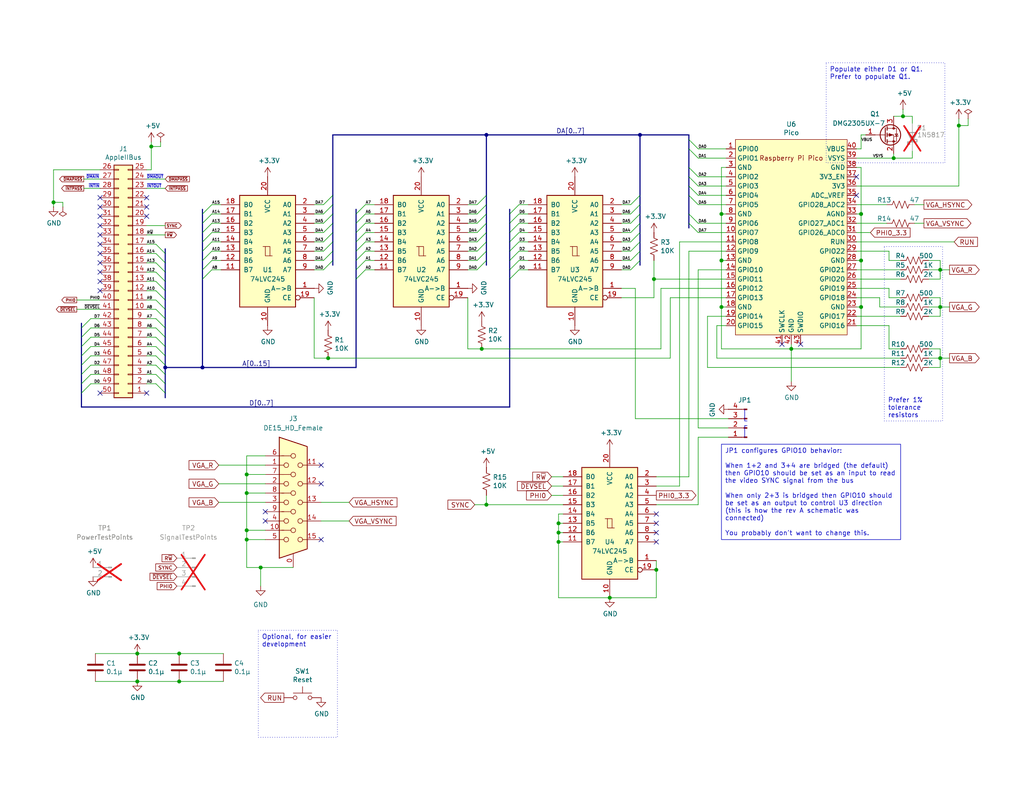
<source format=kicad_sch>
(kicad_sch (version 20231120) (generator "eeschema") (generator_version "8.0")
  (paper "USLetter")
  (title_block (title "Apple II VGA Card") (date "2023-09-09") (rev "B") (comment 1 "Licensed under CERN-OHL-P V2.0 (https://ohwr.org/cern_ohl_p_v2.txt)") (comment 2 "Copyright (c) 2021-2023 Mark Aikens"))
  (junction (at 179.07 155.575))
  (junction (at 48.895 178.435))
  (junction (at 132.715 36.83))
  (junction (at 48.895 186.055))
  (junction (at 71.12 154.94))
  (junction (at 55.245 100.33))
  (junction (at 14.605 55.245))
  (junction (at 67.31 134.62))
  (junction (at 166.37 163.195))
  (junction (at 41.275 40.005))
  (junction (at 243.84 43.18))
  (junction (at 196.85 58.42))
  (junction (at 45.085 100.33))
  (junction (at 152.4 142.875))
  (junction (at 256.54 83.82))
  (junction (at 196.85 83.82))
  (junction (at 132.715 137.795))
  (junction (at 152.4 147.955))
  (junction (at 196.85 71.12))
  (junction (at 67.31 129.54))
  (junction (at 261.62 34.29))
  (junction (at 246.38 31.75))
  (junction (at 234.95 71.12))
  (junction (at 178.435 76.2))
  (junction (at 234.95 58.42))
  (junction (at 67.31 144.78))
  (junction (at 89.535 97.79))
  (junction (at 215.9 95.25))
  (junction (at 174.625 36.83))
  (junction (at 67.31 147.32))
  (junction (at 37.465 178.435))
  (junction (at 131.445 95.25))
  (junction (at 256.54 73.66))
  (junction (at 234.95 83.82))
  (junction (at 37.465 186.055))
  (junction (at 152.4 145.415))
  (junction (at 256.54 97.79))
  (no_connect (at 27.305 59.055))
  (no_connect (at 87.63 132.08))
  (no_connect (at 27.305 69.215))
  (no_connect (at 233.68 48.26))
  (no_connect (at 218.44 93.98))
  (no_connect (at 87.63 147.32))
  (no_connect (at 233.68 53.34))
  (no_connect (at 72.39 139.7))
  (no_connect (at 27.305 71.755))
  (no_connect (at 27.305 61.595))
  (no_connect (at 40.005 107.315))
  (no_connect (at 87.63 127))
  (no_connect (at 27.305 79.375))
  (no_connect (at 72.39 142.24))
  (no_connect (at 213.36 93.98))
  (no_connect (at 40.005 59.055))
  (no_connect (at 40.005 56.515))
  (no_connect (at 179.07 147.955))
  (no_connect (at 40.005 53.975))
  (no_connect (at 27.305 76.835))
  (no_connect (at 179.07 140.335))
  (no_connect (at 27.305 56.515))
  (no_connect (at 179.07 145.415))
  (no_connect (at 27.305 107.315))
  (no_connect (at 27.305 64.135))
  (no_connect (at 179.07 142.875))
  (no_connect (at 27.305 74.295))
  (no_connect (at 27.305 53.975))
  (no_connect (at 27.305 66.675))
  (bus_entry (at 190.5 63.5) (size -2.54 -2.54))
  (bus_entry (at 139.065 63.5) (size 2.54 -2.54))
  (bus_entry (at 55.245 68.58) (size 2.54 -2.54))
  (bus_entry (at 97.155 66.04) (size 2.54 -2.54))
  (bus_entry (at 97.155 68.58) (size 2.54 -2.54))
  (bus_entry (at 22.225 94.615) (size 2.54 -2.54))
  (bus_entry (at 42.545 102.235) (size 2.54 2.54))
  (bus_entry (at 22.225 102.235) (size 2.54 -2.54))
  (bus_entry (at 190.5 48.26) (size -2.54 -2.54))
  (bus_entry (at 139.065 71.12) (size 2.54 -2.54))
  (bus_entry (at 88.265 55.88) (size 2.54 -2.54))
  (bus_entry (at 130.175 55.88) (size 2.54 -2.54))
  (bus_entry (at 55.245 63.5) (size 2.54 -2.54))
  (bus_entry (at 130.175 63.5) (size 2.54 -2.54))
  (bus_entry (at 42.545 74.295) (size 2.54 2.54))
  (bus_entry (at 97.155 58.42) (size 2.54 -2.54))
  (bus_entry (at 42.545 104.775) (size 2.54 2.54))
  (bus_entry (at 190.5 40.64) (size -2.54 -2.54))
  (bus_entry (at 42.545 81.915) (size 2.54 2.54))
  (bus_entry (at 190.5 55.88) (size -2.54 -2.54))
  (bus_entry (at 42.545 84.455) (size 2.54 2.54))
  (bus_entry (at 139.065 66.04) (size 2.54 -2.54))
  (bus_entry (at 130.175 68.58) (size 2.54 -2.54))
  (bus_entry (at 22.225 107.315) (size 2.54 -2.54))
  (bus_entry (at 97.155 73.66) (size 2.54 -2.54))
  (bus_entry (at 190.5 43.18) (size -2.54 -2.54))
  (bus_entry (at 130.175 71.12) (size 2.54 -2.54))
  (bus_entry (at 55.245 71.12) (size 2.54 -2.54))
  (bus_entry (at 88.265 63.5) (size 2.54 -2.54))
  (bus_entry (at 97.155 71.12) (size 2.54 -2.54))
  (bus_entry (at 172.085 58.42) (size 2.54 -2.54))
  (bus_entry (at 172.085 68.58) (size 2.54 -2.54))
  (bus_entry (at 22.225 92.075) (size 2.54 -2.54))
  (bus_entry (at 139.065 76.2) (size 2.54 -2.54))
  (bus_entry (at 42.545 71.755) (size 2.54 2.54))
  (bus_entry (at 97.155 63.5) (size 2.54 -2.54))
  (bus_entry (at 172.085 66.04) (size 2.54 -2.54))
  (bus_entry (at 88.265 60.96) (size 2.54 -2.54))
  (bus_entry (at 190.5 50.8) (size -2.54 -2.54))
  (bus_entry (at 42.545 69.215) (size 2.54 2.54))
  (bus_entry (at 42.545 89.535) (size 2.54 2.54))
  (bus_entry (at 172.085 60.96) (size 2.54 -2.54))
  (bus_entry (at 42.545 97.155) (size 2.54 2.54))
  (bus_entry (at 130.175 73.66) (size 2.54 -2.54))
  (bus_entry (at 42.545 66.675) (size 2.54 2.54))
  (bus_entry (at 42.545 76.835) (size 2.54 2.54))
  (bus_entry (at 42.545 99.695) (size 2.54 2.54))
  (bus_entry (at 130.175 60.96) (size 2.54 -2.54))
  (bus_entry (at 139.065 68.58) (size 2.54 -2.54))
  (bus_entry (at 139.065 58.42) (size 2.54 -2.54))
  (bus_entry (at 22.225 99.695) (size 2.54 -2.54))
  (bus_entry (at 42.545 79.375) (size 2.54 2.54))
  (bus_entry (at 88.265 68.58) (size 2.54 -2.54))
  (bus_entry (at 139.065 60.96) (size 2.54 -2.54))
  (bus_entry (at 88.265 58.42) (size 2.54 -2.54))
  (bus_entry (at 42.545 86.995) (size 2.54 2.54))
  (bus_entry (at 55.245 73.66) (size 2.54 -2.54))
  (bus_entry (at 172.085 71.12) (size 2.54 -2.54))
  (bus_entry (at 97.155 60.96) (size 2.54 -2.54))
  (bus_entry (at 88.265 71.12) (size 2.54 -2.54))
  (bus_entry (at 190.5 60.96) (size -2.54 -2.54))
  (bus_entry (at 190.5 53.34) (size -2.54 -2.54))
  (bus_entry (at 42.545 92.075) (size 2.54 2.54))
  (bus_entry (at 88.265 66.04) (size 2.54 -2.54))
  (bus_entry (at 55.245 66.04) (size 2.54 -2.54))
  (bus_entry (at 22.225 104.775) (size 2.54 -2.54))
  (bus_entry (at 172.085 55.88) (size 2.54 -2.54))
  (bus_entry (at 97.155 76.2) (size 2.54 -2.54))
  (bus_entry (at 88.265 73.66) (size 2.54 -2.54))
  (bus_entry (at 172.085 73.66) (size 2.54 -2.54))
  (bus_entry (at 130.175 58.42) (size 2.54 -2.54))
  (bus_entry (at 139.065 73.66) (size 2.54 -2.54))
  (bus_entry (at 130.175 66.04) (size 2.54 -2.54))
  (bus_entry (at 172.085 63.5) (size 2.54 -2.54))
  (bus_entry (at 55.245 76.2) (size 2.54 -2.54))
  (bus_entry (at 55.245 60.96) (size 2.54 -2.54))
  (bus_entry (at 55.245 58.42) (size 2.54 -2.54))
  (bus_entry (at 22.225 89.535) (size 2.54 -2.54))
  (bus_entry (at 42.545 94.615) (size 2.54 2.54))
  (bus_entry (at 22.225 97.155) (size 2.54 -2.54))
  (bus (pts (xy 45.085 94.615) (xy 45.085 97.155)))
  (wire (pts (xy 42.545 66.675) (xy 40.005 66.675)))
  (wire (pts (xy 234.95 83.82) (xy 234.95 71.12)))
  (wire (pts (xy 42.545 81.915) (xy 40.005 81.915)))
  (wire (pts (xy 59.69 127) (xy 72.39 127)))
  (bus (pts (xy 187.96 36.83) (xy 187.96 38.1)))
  (wire (pts (xy 253.365 81.28) (xy 256.54 81.28)))
  (bus (pts (xy 97.155 63.5) (xy 97.155 66.04)))
  (wire (pts (xy 152.4 140.335) (xy 152.4 142.875)))
  (wire (pts (xy 26.035 178.435) (xy 37.465 178.435)))
  (wire (pts (xy 57.785 68.58) (xy 60.325 68.58)))
  (wire (pts (xy 152.4 140.335) (xy 153.67 140.335)))
  (bus (pts (xy 139.065 66.04) (xy 139.065 68.58)))
  (wire (pts (xy 24.765 104.775) (xy 27.305 104.775)))
  (wire (pts (xy 256.54 81.28) (xy 256.54 83.82)))
  (bus (pts (xy 90.805 36.83) (xy 132.715 36.83)))
  (wire (pts (xy 42.545 92.075) (xy 40.005 92.075)))
  (wire (pts (xy 233.68 73.66) (xy 245.745 73.66)))
  (wire (pts (xy 152.4 142.875) (xy 152.4 145.415)))
  (wire (pts (xy 256.54 83.82) (xy 253.365 83.82)))
  (wire (pts (xy 14.605 46.355) (xy 14.605 55.245)))
  (wire (pts (xy 259.08 73.66) (xy 256.54 73.66)))
  (bus (pts (xy 187.96 58.42) (xy 187.96 60.96)))
  (bus (pts (xy 139.065 76.2) (xy 139.065 111.125)))
  (bus (pts (xy 132.715 63.5) (xy 132.715 66.04)))
  (wire (pts (xy 234.95 71.12) (xy 233.68 71.12)))
  (wire (pts (xy 234.95 40.64) (xy 233.68 40.64)))
  (wire (pts (xy 144.145 71.12) (xy 141.605 71.12)))
  (wire (pts (xy 41.275 40.005) (xy 43.815 40.005)))
  (wire (pts (xy 132.715 137.795) (xy 129.54 137.795)))
  (wire (pts (xy 196.85 95.25) (xy 196.85 83.82)))
  (wire (pts (xy 245.745 81.28) (xy 242.57 81.28)))
  (wire (pts (xy 152.4 163.195) (xy 166.37 163.195)))
  (wire (pts (xy 152.4 147.955) (xy 153.67 147.955)))
  (wire (pts (xy 243.84 41.91) (xy 243.84 43.18)))
  (wire (pts (xy 169.545 81.28) (xy 178.435 81.28)))
  (wire (pts (xy 42.545 84.455) (xy 40.005 84.455)))
  (bus (pts (xy 45.085 97.155) (xy 45.085 99.695)))
  (wire (pts (xy 195.58 88.9) (xy 198.12 88.9)))
  (wire (pts (xy 173.355 114.3) (xy 198.755 114.3)))
  (wire (pts (xy 190.5 63.5) (xy 198.12 63.5)))
  (wire (pts (xy 71.12 154.94) (xy 80.01 154.94)))
  (wire (pts (xy 88.265 73.66) (xy 85.725 73.66)))
  (wire (pts (xy 233.68 76.2) (xy 245.745 76.2)))
  (wire (pts (xy 196.85 83.82) (xy 196.85 71.12)))
  (wire (pts (xy 102.235 71.12) (xy 99.695 71.12)))
  (wire (pts (xy 132.715 135.255) (xy 132.715 137.795)))
  (bus (pts (xy 139.065 71.12) (xy 139.065 73.66)))
  (wire (pts (xy 242.57 71.12) (xy 242.57 68.58)))
  (wire (pts (xy 144.145 58.42) (xy 141.605 58.42)))
  (wire (pts (xy 14.605 46.355) (xy 27.305 46.355)))
  (bus (pts (xy 187.96 50.8) (xy 187.96 53.34)))
  (bus (pts (xy 45.085 100.33) (xy 45.085 102.235)))
  (wire (pts (xy 144.145 55.88) (xy 141.605 55.88)))
  (wire (pts (xy 130.175 68.58) (xy 127.635 68.58)))
  (wire (pts (xy 252.095 55.88) (xy 249.555 55.88)))
  (wire (pts (xy 57.785 71.12) (xy 60.325 71.12)))
  (bus (pts (xy 45.085 104.775) (xy 45.085 107.315)))
  (wire (pts (xy 256.54 86.36) (xy 256.54 83.82)))
  (bus (pts (xy 187.96 40.64) (xy 187.96 45.72)))
  (wire (pts (xy 178.435 71.12) (xy 178.435 76.2)))
  (wire (pts (xy 131.445 95.25) (xy 180.34 95.25)))
  (wire (pts (xy 127.635 95.25) (xy 131.445 95.25)))
  (bus (pts (xy 132.715 66.04) (xy 132.715 68.58)))
  (bus (pts (xy 45.085 74.295) (xy 45.085 76.835)))
  (bus (pts (xy 174.625 36.83) (xy 187.96 36.83)))
  (wire (pts (xy 57.785 63.5) (xy 60.325 63.5)))
  (wire (pts (xy 190.5 119.38) (xy 190.5 137.795)))
  (wire (pts (xy 85.725 71.12) (xy 88.265 71.12)))
  (bus (pts (xy 45.085 76.835) (xy 45.085 79.375)))
  (wire (pts (xy 187.96 68.58) (xy 198.12 68.58)))
  (wire (pts (xy 179.07 153.035) (xy 179.07 155.575)))
  (bus (pts (xy 187.96 53.34) (xy 187.96 58.42)))
  (wire (pts (xy 261.62 34.29) (xy 261.62 32.385)))
  (wire (pts (xy 150.495 135.255) (xy 153.67 135.255)))
  (bus (pts (xy 132.715 36.83) (xy 174.625 36.83)))
  (wire (pts (xy 42.545 94.615) (xy 40.005 94.615)))
  (wire (pts (xy 190.5 60.96) (xy 198.12 60.96)))
  (wire (pts (xy 242.57 95.25) (xy 245.745 95.25)))
  (wire (pts (xy 57.785 73.66) (xy 60.325 73.66)))
  (wire (pts (xy 102.235 58.42) (xy 99.695 58.42)))
  (wire (pts (xy 259.08 97.79) (xy 256.54 97.79)))
  (bus (pts (xy 22.225 111.125) (xy 139.065 111.125)))
  (wire (pts (xy 144.145 68.58) (xy 141.605 68.58)))
  (wire (pts (xy 240.03 81.28) (xy 233.68 81.28)))
  (wire (pts (xy 256.54 97.79) (xy 253.365 97.79)))
  (wire (pts (xy 42.545 89.535) (xy 40.005 89.535)))
  (wire (pts (xy 196.85 58.42) (xy 198.12 58.42)))
  (wire (pts (xy 172.085 66.04) (xy 169.545 66.04)))
  (bus (pts (xy 55.245 68.58) (xy 55.245 71.12)))
  (bus (pts (xy 45.085 79.375) (xy 45.085 81.915)))
  (wire (pts (xy 102.235 60.96) (xy 99.695 60.96)))
  (wire (pts (xy 27.305 81.915) (xy 20.955 81.915)))
  (wire (pts (xy 57.785 60.96) (xy 60.325 60.96)))
  (wire (pts (xy 253.365 76.2) (xy 256.54 76.2)))
  (wire (pts (xy 198.12 50.8) (xy 190.5 50.8)))
  (wire (pts (xy 253.365 100.33) (xy 256.54 100.33)))
  (wire (pts (xy 190.5 53.34) (xy 198.12 53.34)))
  (bus (pts (xy 174.625 63.5) (xy 174.625 66.04)))
  (wire (pts (xy 127.635 81.28) (xy 127.635 95.25)))
  (wire (pts (xy 172.085 71.12) (xy 169.545 71.12)))
  (bus (pts (xy 90.805 55.88) (xy 90.805 58.42)))
  (wire (pts (xy 152.4 142.875) (xy 153.67 142.875)))
  (wire (pts (xy 88.265 55.88) (xy 85.725 55.88)))
  (wire (pts (xy 190.5 55.88) (xy 198.12 55.88)))
  (wire (pts (xy 40.005 48.895) (xy 45.085 48.895)))
  (wire (pts (xy 193.04 86.36) (xy 198.12 86.36)))
  (wire (pts (xy 233.68 50.8) (xy 261.62 50.8)))
  (wire (pts (xy 88.265 66.04) (xy 85.725 66.04)))
  (bus (pts (xy 90.805 53.34) (xy 90.805 55.88)))
  (wire (pts (xy 172.085 58.42) (xy 169.545 58.42)))
  (wire (pts (xy 59.69 137.16) (xy 72.39 137.16)))
  (bus (pts (xy 97.155 68.58) (xy 97.155 71.12)))
  (bus (pts (xy 90.805 66.04) (xy 90.805 68.58)))
  (wire (pts (xy 150.495 132.715) (xy 153.67 132.715)))
  (wire (pts (xy 169.545 73.66) (xy 172.085 73.66)))
  (bus (pts (xy 45.085 99.695) (xy 45.085 100.33)))
  (wire (pts (xy 195.58 97.79) (xy 245.745 97.79)))
  (wire (pts (xy 234.95 36.83) (xy 234.95 40.64)))
  (bus (pts (xy 45.085 89.535) (xy 45.085 92.075)))
  (wire (pts (xy 40.005 46.355) (xy 41.275 46.355)))
  (wire (pts (xy 88.265 63.5) (xy 85.725 63.5)))
  (wire (pts (xy 215.9 95.25) (xy 234.95 95.25)))
  (wire (pts (xy 193.04 100.33) (xy 245.745 100.33)))
  (wire (pts (xy 130.175 71.12) (xy 127.635 71.12)))
  (bus (pts (xy 45.085 84.455) (xy 45.085 86.995)))
  (bus (pts (xy 174.625 55.88) (xy 174.625 58.42)))
  (bus (pts (xy 132.715 36.83) (xy 132.715 53.34)))
  (wire (pts (xy 102.235 55.88) (xy 99.695 55.88)))
  (bus (pts (xy 55.245 100.33) (xy 97.155 100.33)))
  (bus (pts (xy 187.96 48.26) (xy 187.96 50.8)))
  (wire (pts (xy 190.5 119.38) (xy 198.755 119.38)))
  (bus (pts (xy 45.085 92.075) (xy 45.085 94.615)))
  (wire (pts (xy 196.85 71.12) (xy 196.85 58.42)))
  (wire (pts (xy 144.145 66.04) (xy 141.605 66.04)))
  (wire (pts (xy 43.815 40.005) (xy 43.815 38.735)))
  (wire (pts (xy 182.88 81.28) (xy 198.12 81.28)))
  (wire (pts (xy 57.785 55.88) (xy 60.325 55.88)))
  (bus (pts (xy 97.155 58.42) (xy 97.155 60.96)))
  (wire (pts (xy 67.31 144.78) (xy 67.31 147.32)))
  (polyline (pts (xy 203.2 111.76) (xy 203.2 114.935)))
  (wire (pts (xy 130.175 73.66) (xy 127.635 73.66)))
  (wire (pts (xy 102.235 66.04) (xy 99.695 66.04)))
  (wire (pts (xy 102.235 63.5) (xy 99.695 63.5)))
  (bus (pts (xy 139.065 57.15) (xy 139.065 58.42)))
  (bus (pts (xy 22.225 99.695) (xy 22.225 102.235)))
  (wire (pts (xy 253.365 86.36) (xy 256.54 86.36)))
  (wire (pts (xy 41.275 46.355) (xy 41.275 40.005)))
  (bus (pts (xy 139.065 58.42) (xy 139.065 60.96)))
  (wire (pts (xy 88.265 60.96) (xy 85.725 60.96)))
  (wire (pts (xy 246.38 29.845) (xy 246.38 31.75)))
  (wire (pts (xy 240.03 83.82) (xy 245.745 83.82)))
  (wire (pts (xy 242.57 88.9) (xy 242.57 95.25)))
  (wire (pts (xy 264.16 32.385) (xy 264.16 34.29)))
  (bus (pts (xy 45.085 67.945) (xy 45.085 69.215)))
  (wire (pts (xy 48.895 186.055) (xy 37.465 186.055)))
  (bus (pts (xy 132.715 58.42) (xy 132.715 60.96)))
  (wire (pts (xy 187.96 68.58) (xy 187.96 130.175)))
  (bus (pts (xy 97.155 57.15) (xy 97.155 58.42)))
  (wire (pts (xy 242.57 78.74) (xy 233.68 78.74)))
  (bus (pts (xy 187.96 60.96) (xy 187.96 62.23)))
  (wire (pts (xy 242.57 81.28) (xy 242.57 78.74)))
  (wire (pts (xy 130.175 63.5) (xy 127.635 63.5)))
  (wire (pts (xy 256.54 95.25) (xy 256.54 97.79)))
  (wire (pts (xy 196.85 58.42) (xy 196.85 45.72)))
  (wire (pts (xy 215.9 95.25) (xy 215.9 93.98)))
  (wire (pts (xy 152.4 145.415) (xy 153.67 145.415)))
  (wire (pts (xy 242.57 68.58) (xy 233.68 68.58)))
  (wire (pts (xy 179.07 132.715) (xy 185.42 132.715)))
  (wire (pts (xy 234.95 45.72) (xy 233.68 45.72)))
  (wire (pts (xy 24.765 86.995) (xy 27.305 86.995)))
  (wire (pts (xy 40.005 61.595) (xy 45.085 61.595)))
  (wire (pts (xy 144.145 63.5) (xy 141.605 63.5)))
  (wire (pts (xy 130.175 66.04) (xy 127.635 66.04)))
  (wire (pts (xy 234.95 36.83) (xy 236.22 36.83)))
  (bus (pts (xy 97.155 60.96) (xy 97.155 63.5)))
  (wire (pts (xy 178.435 76.2) (xy 178.435 81.28)))
  (bus (pts (xy 45.085 102.235) (xy 45.085 104.775)))
  (bus (pts (xy 174.625 58.42) (xy 174.625 60.96)))
  (wire (pts (xy 17.145 55.245) (xy 14.605 55.245)))
  (wire (pts (xy 57.785 66.04) (xy 60.325 66.04)))
  (wire (pts (xy 242.57 88.9) (xy 233.68 88.9)))
  (wire (pts (xy 67.31 144.78) (xy 72.39 144.78)))
  (bus (pts (xy 139.065 73.66) (xy 139.065 76.2)))
  (wire (pts (xy 193.04 100.33) (xy 193.04 86.36)))
  (bus (pts (xy 139.065 68.58) (xy 139.065 71.12)))
  (wire (pts (xy 246.38 31.75) (xy 248.92 31.75)))
  (bus (pts (xy 139.065 60.96) (xy 139.065 63.5)))
  (wire (pts (xy 17.145 56.515) (xy 17.145 55.245)))
  (wire (pts (xy 40.005 51.435) (xy 45.085 51.435)))
  (wire (pts (xy 27.305 48.895) (xy 22.86 48.895)))
  (bus (pts (xy 22.225 97.155) (xy 22.225 99.695)))
  (wire (pts (xy 259.08 83.82) (xy 256.54 83.82)))
  (bus (pts (xy 45.085 69.215) (xy 45.085 71.755)))
  (wire (pts (xy 243.84 43.18) (xy 248.92 43.18)))
  (bus (pts (xy 187.96 45.72) (xy 187.96 48.26)))
  (wire (pts (xy 196.85 45.72) (xy 198.12 45.72)))
  (bus (pts (xy 97.155 66.04) (xy 97.155 68.58)))
  (wire (pts (xy 152.4 147.955) (xy 152.4 163.195)))
  (wire (pts (xy 24.765 94.615) (xy 27.305 94.615)))
  (wire (pts (xy 185.42 66.04) (xy 185.42 132.715)))
  (bus (pts (xy 45.085 100.33) (xy 55.245 100.33)))
  (wire (pts (xy 37.465 186.055) (xy 26.035 186.055)))
  (wire (pts (xy 45.085 64.135) (xy 40.005 64.135)))
  (wire (pts (xy 179.07 155.575) (xy 179.07 163.195)))
  (wire (pts (xy 20.955 84.455) (xy 27.305 84.455)))
  (wire (pts (xy 88.265 68.58) (xy 85.725 68.58)))
  (wire (pts (xy 242.57 71.12) (xy 245.745 71.12)))
  (bus (pts (xy 90.805 60.96) (xy 90.805 63.5)))
  (wire (pts (xy 243.84 31.75) (xy 246.38 31.75)))
  (bus (pts (xy 22.225 107.315) (xy 22.225 111.125)))
  (bus (pts (xy 22.225 94.615) (xy 22.225 97.155)))
  (wire (pts (xy 48.895 178.435) (xy 60.96 178.435)))
  (wire (pts (xy 234.95 58.42) (xy 234.95 45.72)))
  (wire (pts (xy 89.535 97.79) (xy 182.88 97.79)))
  (wire (pts (xy 173.355 78.74) (xy 169.545 78.74)))
  (wire (pts (xy 67.31 129.54) (xy 72.39 129.54)))
  (wire (pts (xy 42.545 104.775) (xy 40.005 104.775)))
  (wire (pts (xy 42.545 76.835) (xy 40.005 76.835)))
  (wire (pts (xy 241.935 60.96) (xy 233.68 60.96)))
  (wire (pts (xy 57.785 58.42) (xy 60.325 58.42)))
  (wire (pts (xy 42.545 99.695) (xy 40.005 99.695)))
  (polyline (pts (xy 203.835 114.935) (xy 203.2 114.935)))
  (bus (pts (xy 90.805 68.58) (xy 90.805 71.12)))
  (wire (pts (xy 42.545 86.995) (xy 40.005 86.995)))
  (wire (pts (xy 253.365 71.12) (xy 256.54 71.12)))
  (wire (pts (xy 130.175 55.88) (xy 127.635 55.88)))
  (bus (pts (xy 132.715 60.96) (xy 132.715 63.5)))
  (wire (pts (xy 256.54 73.66) (xy 253.365 73.66)))
  (wire (pts (xy 42.545 79.375) (xy 40.005 79.375)))
  (wire (pts (xy 42.545 69.215) (xy 40.005 69.215)))
  (wire (pts (xy 234.95 83.82) (xy 233.68 83.82)))
  (bus (pts (xy 55.245 66.04) (xy 55.245 68.58)))
  (bus (pts (xy 90.805 71.12) (xy 90.805 72.39)))
  (bus (pts (xy 55.245 76.2) (xy 55.245 100.33)))
  (wire (pts (xy 67.31 147.32) (xy 72.39 147.32)))
  (wire (pts (xy 233.68 86.36) (xy 245.745 86.36)))
  (bus (pts (xy 45.085 86.995) (xy 45.085 89.535)))
  (wire (pts (xy 180.34 78.74) (xy 198.12 78.74)))
  (bus (pts (xy 55.245 60.96) (xy 55.245 63.5)))
  (bus (pts (xy 22.225 102.235) (xy 22.225 104.775)))
  (wire (pts (xy 173.355 78.74) (xy 173.355 114.3)))
  (wire (pts (xy 150.495 130.175) (xy 153.67 130.175)))
  (wire (pts (xy 240.03 83.82) (xy 240.03 81.28)))
  (bus (pts (xy 45.085 107.315) (xy 45.085 108.585)))
  (wire (pts (xy 144.145 73.66) (xy 141.605 73.66)))
  (wire (pts (xy 190.5 137.795) (xy 179.07 137.795)))
  (wire (pts (xy 144.145 60.96) (xy 141.605 60.96)))
  (wire (pts (xy 234.95 95.25) (xy 234.95 83.82)))
  (polyline (pts (xy 203.2 119.38) (xy 203.2 116.205)))
  (polyline (pts (xy 203.835 116.205) (xy 203.2 116.205)))
  (bus (pts (xy 132.715 71.12) (xy 132.715 72.39)))
  (bus (pts (xy 174.625 53.34) (xy 174.625 55.88)))
  (wire (pts (xy 237.49 63.5) (xy 233.68 63.5)))
  (bus (pts (xy 45.085 71.755) (xy 45.085 74.295)))
  (bus (pts (xy 55.245 57.15) (xy 55.245 58.42)))
  (wire (pts (xy 24.765 102.235) (xy 27.305 102.235)))
  (wire (pts (xy 67.31 147.32) (xy 67.31 154.94)))
  (wire (pts (xy 264.16 34.29) (xy 261.62 34.29)))
  (wire (pts (xy 42.545 71.755) (xy 40.005 71.755)))
  (bus (pts (xy 174.625 68.58) (xy 174.625 71.12)))
  (bus (pts (xy 45.085 81.915) (xy 45.085 84.455)))
  (bus (pts (xy 22.225 88.265) (xy 22.225 89.535)))
  (wire (pts (xy 233.68 66.04) (xy 260.35 66.04)))
  (wire (pts (xy 248.92 43.18) (xy 248.92 41.275)))
  (wire (pts (xy 190.5 116.84) (xy 198.755 116.84)))
  (wire (pts (xy 256.54 76.2) (xy 256.54 73.66)))
  (wire (pts (xy 248.92 31.75) (xy 248.92 33.655)))
  (wire (pts (xy 166.37 163.195) (xy 179.07 163.195)))
  (wire (pts (xy 185.42 66.04) (xy 198.12 66.04)))
  (wire (pts (xy 85.725 81.28) (xy 85.725 97.79)))
  (wire (pts (xy 88.265 58.42) (xy 85.725 58.42)))
  (bus (pts (xy 97.155 71.12) (xy 97.155 73.66)))
  (wire (pts (xy 132.715 137.795) (xy 153.67 137.795)))
  (wire (pts (xy 172.085 63.5) (xy 169.545 63.5)))
  (wire (pts (xy 190.5 73.66) (xy 190.5 116.84)))
  (bus (pts (xy 90.805 58.42) (xy 90.805 60.96)))
  (bus (pts (xy 90.805 36.83) (xy 90.805 53.34)))
  (bus (pts (xy 55.245 58.42) (xy 55.245 60.96)))
  (bus (pts (xy 22.225 89.535) (xy 22.225 92.075)))
  (wire (pts (xy 85.725 97.79) (xy 89.535 97.79)))
  (bus (pts (xy 97.155 76.2) (xy 97.155 100.33)))
  (wire (pts (xy 67.31 129.54) (xy 67.31 134.62)))
  (bus (pts (xy 22.225 92.075) (xy 22.225 94.615)))
  (wire (pts (xy 172.085 68.58) (xy 169.545 68.58)))
  (wire (pts (xy 130.175 58.42) (xy 127.635 58.42)))
  (wire (pts (xy 233.68 43.18) (xy 243.84 43.18)))
  (bus (pts (xy 97.155 73.66) (xy 97.155 76.2)))
  (wire (pts (xy 41.275 40.005) (xy 41.275 38.735)))
  (wire (pts (xy 190.5 43.18) (xy 198.12 43.18)))
  (wire (pts (xy 130.175 60.96) (xy 127.635 60.96)))
  (wire (pts (xy 234.95 71.12) (xy 234.95 58.42)))
  (wire (pts (xy 67.31 134.62) (xy 72.39 134.62)))
  (bus (pts (xy 55.245 63.5) (xy 55.245 66.04)))
  (bus (pts (xy 55.245 73.66) (xy 55.245 76.2)))
  (wire (pts (xy 67.31 154.94) (xy 71.12 154.94)))
  (wire (pts (xy 241.935 55.88) (xy 233.68 55.88)))
  (bus (pts (xy 55.245 71.12) (xy 55.245 73.66)))
  (wire (pts (xy 24.765 89.535) (xy 27.305 89.535)))
  (wire (pts (xy 172.085 60.96) (xy 169.545 60.96)))
  (wire (pts (xy 67.31 134.62) (xy 67.31 144.78)))
  (wire (pts (xy 172.085 55.88) (xy 169.545 55.88)))
  (wire (pts (xy 87.63 137.16) (xy 95.25 137.16)))
  (wire (pts (xy 196.85 83.82) (xy 198.12 83.82)))
  (bus (pts (xy 139.065 63.5) (xy 139.065 66.04)))
  (wire (pts (xy 180.34 95.25) (xy 180.34 78.74)))
  (wire (pts (xy 253.365 95.25) (xy 256.54 95.25)))
  (wire (pts (xy 252.095 60.96) (xy 249.555 60.96)))
  (wire (pts (xy 179.07 130.175) (xy 187.96 130.175)))
  (wire (pts (xy 198.12 73.66) (xy 190.5 73.66)))
  (bus (pts (xy 22.225 104.775) (xy 22.225 107.315)))
  (wire (pts (xy 42.545 102.235) (xy 40.005 102.235)))
  (bus (pts (xy 132.715 55.88) (xy 132.715 58.42)))
  (wire (pts (xy 190.5 48.26) (xy 198.12 48.26)))
  (wire (pts (xy 59.69 132.08) (xy 72.39 132.08)))
  (wire (pts (xy 24.765 97.155) (xy 27.305 97.155)))
  (bus (pts (xy 174.625 60.96) (xy 174.625 63.5)))
  (wire (pts (xy 196.85 71.12) (xy 198.12 71.12)))
  (bus (pts (xy 132.715 68.58) (xy 132.715 71.12)))
  (wire (pts (xy 178.435 76.2) (xy 198.12 76.2)))
  (wire (pts (xy 24.765 99.695) (xy 27.305 99.695)))
  (wire (pts (xy 42.545 97.155) (xy 40.005 97.155)))
  (wire (pts (xy 72.39 124.46) (xy 67.31 124.46)))
  (wire (pts (xy 234.95 58.42) (xy 233.68 58.42)))
  (bus (pts (xy 187.96 38.1) (xy 187.96 40.64)))
  (wire (pts (xy 48.895 186.055) (xy 60.96 186.055)))
  (bus (pts (xy 90.805 63.5) (xy 90.805 66.04)))
  (wire (pts (xy 152.4 145.415) (xy 152.4 147.955)))
  (bus (pts (xy 174.625 66.04) (xy 174.625 68.58)))
  (wire (pts (xy 102.235 68.58) (xy 99.695 68.58)))
  (wire (pts (xy 195.58 97.79) (xy 195.58 88.9)))
  (wire (pts (xy 24.765 92.075) (xy 27.305 92.075)))
  (wire (pts (xy 71.12 154.94) (xy 71.12 160.02)))
  (bus (pts (xy 174.625 71.12) (xy 174.625 72.39)))
  (wire (pts (xy 215.9 104.14) (xy 215.9 95.25)))
  (wire (pts (xy 256.54 71.12) (xy 256.54 73.66)))
  (bus (pts (xy 174.625 36.83) (xy 174.625 53.34)))
  (wire (pts (xy 256.54 100.33) (xy 256.54 97.79)))
  (wire (pts (xy 37.465 178.435) (xy 48.895 178.435)))
  (wire (pts (xy 182.88 97.79) (xy 182.88 81.28)))
  (wire (pts (xy 87.63 142.24) (xy 95.25 142.24)))
  (wire (pts (xy 22.86 51.435) (xy 27.305 51.435)))
  (bus (pts (xy 132.715 53.34) (xy 132.715 55.88)))
  (wire (pts (xy 14.605 55.245) (xy 14.605 56.515)))
  (wire (pts (xy 42.545 74.295) (xy 40.005 74.295)))
  (wire (pts (xy 261.62 50.8) (xy 261.62 34.29)))
  (wire (pts (xy 67.31 124.46) (xy 67.31 129.54)))
  (wire (pts (xy 196.85 95.25) (xy 215.9 95.25)))
  (wire (pts (xy 190.5 40.64) (xy 198.12 40.64)))
  (wire (pts (xy 102.235 73.66) (xy 99.695 73.66)))
  (text_box "Optional, for easier development" (at 70.485 172.085 0) (size 21.59 29.21) (stroke (width 0) (type dot)) (effects (font (size 1.27 1.27)) (justify left top)))
  (text_box "Populate either D1 or Q1. Prefer to populate Q1." (at 225.425 17.145 0) (size 32.385 27.305) (stroke (width 0) (type dot)) (effects (font (size 1.27 1.27)) (justify left top)))
  (text_box "JP1 configures GPIO10 behavior:\n\nWhen 1+2 and 3+4 are bridged (the default) then GPIO10 should be set as an input to read the video SYNC signal from the bus\n\nWhen only 2+3 is bridged then GPIO10 should be set as an output to control U3 direction (this is how the rev A schematic was connected)\n\nYou probably don't want to change this." (at 196.85 121.285 0) (size 48.895 26.035) (effects (font (size 1.27 1.27)) (justify left top)))
  (text_box "Prefer 1% tolerance resistors" (at 241.3 67.31 0) (size 15.875 47.625) (stroke (width 0) (type dot)) (effects (font (size 1.27 1.27)) (justify left bottom)))
  (text "~{DMAIN}" (at 23.495 48.895 0) (effects (font (size 0.762 0.762)) (justify left bottom)))
  (text "~{INTOUT}" (at 40.005 51.435 0) (effects (font (size 0.762 0.762)) (justify left bottom)))
  (text "~{DMAOUT}" (at 40.005 48.895 0) (effects (font (size 0.762 0.762)) (justify left bottom)))
  (text "~{INTIN}" (at 24.13 51.435 0) (effects (font (size 0.762 0.762)) (justify left bottom)))
  (label "D4" (at 141.605 63.5 0) (effects (font (size 0.762 0.762))))
  (label "DA7" (at 172.085 55.88 180) (effects (font (size 0.762 0.762))))
  (label "A0" (at 99.695 73.66 0) (effects (font (size 0.762 0.762))))
  (label "DA6" (at 130.175 58.42 180) (effects (font (size 0.762 0.762))))
  (label "PHI0" (at 27.305 81.915 180) (effects (font (size 0.762 0.762))))
  (label "D3" (at 141.605 66.04 0) (effects (font (size 0.762 0.762))))
  (label "A0" (at 40.005 104.775 0) (effects (font (size 0.762 0.762))))
  (label "DA1" (at 88.265 71.12 180) (effects (font (size 0.762 0.762))))
  (label "D1" (at 27.305 102.235 180) (effects (font (size 0.762 0.762))))
  (label "D5" (at 27.305 92.075 180) (effects (font (size 0.762 0.762))))
  (label "A13" (at 40.005 71.755 0) (effects (font (size 0.762 0.762))))
  (label "A1" (at 40.005 102.235 0) (effects (font (size 0.762 0.762))))
  (label "A11" (at 57.785 66.04 0) (effects (font (size 0.762 0.762))))
  (label "DA3" (at 190.5 50.8 0) (effects (font (size 0.762 0.762))))
  (label "A8" (at 40.005 84.455 0) (effects (font (size 0.762 0.762))))
  (label "A11" (at 40.005 76.835 0) (effects (font (size 0.762 0.762))))
  (label "D6" (at 141.605 58.42 0) (effects (font (size 0.762 0.762))))
  (label "A7" (at 99.695 55.88 0) (effects (font (size 0.762 0.762))))
  (label "A3" (at 40.005 97.155 0) (effects (font (size 0.762 0.762))))
  (label "A8" (at 57.785 73.66 0) (effects (font (size 0.762 0.762))))
  (label "A2" (at 99.695 68.58 0) (effects (font (size 0.762 0.762))))
  (label "DA5" (at 172.085 60.96 180) (effects (font (size 0.762 0.762))))
  (label "A[0..15]" (at 66.04 100.33 0))
  (label "DA7" (at 130.175 55.88 180) (effects (font (size 0.762 0.762))))
  (label "A15" (at 57.785 55.88 0) (effects (font (size 0.762 0.762))))
  (label "D0" (at 27.305 104.775 180) (effects (font (size 0.762 0.762))))
  (label "DA0" (at 172.085 73.66 180) (effects (font (size 0.762 0.762))))
  (label "VSYS" (at 238.125 43.18 0) (effects (font (size 0.75 0.75))))
  (label "A6" (at 40.005 89.535 0) (effects (font (size 0.762 0.762))))
  (label "D0" (at 141.605 73.66 0) (effects (font (size 0.762 0.762))))
  (label "DA0" (at 130.175 73.66 180) (effects (font (size 0.762 0.762))))
  (label "DA4" (at 88.265 63.5 180) (effects (font (size 0.762 0.762))))
  (label "D1" (at 141.605 71.12 0) (effects (font (size 0.762 0.762))))
  (label "A9" (at 57.785 71.12 0) (effects (font (size 0.762 0.762))))
  (label "D[0..7]" (at 67.945 111.125 0))
  (label "DA2" (at 190.5 48.26 0) (effects (font (size 0.762 0.762))))
  (label "A4" (at 40.005 94.615 0) (effects (font (size 0.762 0.762))))
  (label "A6" (at 99.695 58.42 0) (effects (font (size 0.762 0.762))))
  (label "DA0" (at 190.5 40.64 0) (effects (font (size 0.762 0.762))))
  (label "DA0" (at 88.265 73.66 180) (effects (font (size 0.762 0.762))))
  (label "D6" (at 27.305 89.535 180) (effects (font (size 0.762 0.762))))
  (label "A2" (at 40.005 99.695 0) (effects (font (size 0.762 0.762))))
  (label "DA2" (at 88.265 68.58 180) (effects (font (size 0.762 0.762))))
  (label "DA4" (at 130.175 63.5 180) (effects (font (size 0.762 0.762))))
  (label "D7" (at 27.305 86.995 180) (effects (font (size 0.762 0.762))))
  (label "DA4" (at 190.5 53.34 0) (effects (font (size 0.762 0.762))))
  (label "DA6" (at 172.085 58.42 180) (effects (font (size 0.762 0.762))))
  (label "A12" (at 40.005 74.295 0) (effects (font (size 0.762 0.762))))
  (label "DA1" (at 190.5 43.18 0) (effects (font (size 0.762 0.762))))
  (label "DA3" (at 130.175 66.04 180) (effects (font (size 0.762 0.762))))
  (label "A1" (at 99.695 71.12 0) (effects (font (size 0.762 0.762))))
  (label "A15" (at 40.005 66.675 0) (effects (font (size 0.762 0.762))))
  (label "DA3" (at 88.265 66.04 180) (effects (font (size 0.762 0.762))))
  (label "A14" (at 57.785 58.42 0) (effects (font (size 0.762 0.762))))
  (label "A5" (at 99.695 60.96 0) (effects (font (size 0.762 0.762))))
  (label "D4" (at 27.305 94.615 180) (effects (font (size 0.762 0.762))))
  (label "DA6" (at 190.5 60.96 0) (effects (font (size 0.762 0.762))))
  (label "D5" (at 141.605 60.96 0) (effects (font (size 0.762 0.762))))
  (label "A4" (at 99.695 63.5 0) (effects (font (size 0.762 0.762))))
  (label "A12" (at 57.785 63.5 0) (effects (font (size 0.762 0.762))))
  (label "R~{W}" (at 40.005 64.135 0) (effects (font (size 0.762 0.762))))
  (label "DA7" (at 88.265 55.88 180) (effects (font (size 0.762 0.762))))
  (label "A5" (at 40.005 92.075 0) (effects (font (size 0.762 0.762))))
  (label "D3" (at 27.305 97.155 180) (effects (font (size 0.762 0.762))))
  (label "A13" (at 57.785 60.96 0) (effects (font (size 0.762 0.762))))
  (label "D2" (at 141.605 68.58 0) (effects (font (size 0.762 0.762))))
  (label "~{DEVSEL}" (at 27.305 84.455 180) (effects (font (size 0.762 0.762))))
  (label "DA5" (at 88.265 60.96 180) (effects (font (size 0.762 0.762))))
  (label "DA5" (at 190.5 55.88 0) (effects (font (size 0.762 0.762))))
  (label "DA4" (at 172.085 63.5 180) (effects (font (size 0.762 0.762))))
  (label "A9" (at 40.005 81.915 0) (effects (font (size 0.762 0.762))))
  (label "DA5" (at 130.175 60.96 180) (effects (font (size 0.762 0.762))))
  (label "A10" (at 57.785 68.58 0) (effects (font (size 0.762 0.762))))
  (label "DA[0..7]" (at 151.765 36.83 0))
  (label "DA6" (at 88.265 58.42 180) (effects (font (size 0.762 0.762))))
  (label "DA1" (at 130.175 71.12 180) (effects (font (size 0.762 0.762))))
  (label "D7" (at 141.605 55.88 0) (effects (font (size 0.762 0.762))))
  (label "DA1" (at 172.085 71.12 180) (effects (font (size 0.762 0.762))))
  (label "DA2" (at 130.175 68.58 180) (effects (font (size 0.762 0.762))))
  (label "VBUS" (at 234.95 38.735 0) (effects (font (size 0.75 0.75))))
  (label "D2" (at 27.305 99.695 180) (effects (font (size 0.762 0.762))))
  (label "DA3" (at 172.085 66.04 180) (effects (font (size 0.762 0.762))))
  (label "DA2" (at 172.085 68.58 180) (effects (font (size 0.762 0.762))))
  (label "DA7" (at 190.5 63.5 0) (effects (font (size 0.762 0.762))))
  (label "A7" (at 40.005 86.995 0) (effects (font (size 0.762 0.762))))
  (label "A3" (at 99.695 66.04 0) (effects (font (size 0.762 0.762))))
  (label "A10" (at 40.005 79.375 0) (effects (font (size 0.762 0.762))))
  (label "A14" (at 40.005 69.215 0) (effects (font (size 0.762 0.762))))
  (global_label "RUN" (shape output) (at 77.47 190.5 180) (property "Intersheetrefs" "${INTERSHEET_REFS}" (effects (hide yes))))
  (global_label "~{DEVSEL}" (shape output) (at 20.955 84.455 180) (effects (font (size 0.762 0.762))) (property "Intersheetrefs" "${INTERSHEET_REFS}" (effects (hide yes))))
  (global_label "VGA_G" (shape input) (at 59.69 132.08 180) (property "Intersheetrefs" "${INTERSHEET_REFS}" (effects (hide yes))))
  (global_label "VGA_R" (shape input) (at 59.69 127 180) (property "Intersheetrefs" "${INTERSHEET_REFS}" (effects (hide yes))))
  (global_label "PHI0" (shape input) (at 150.495 135.255 180) (property "Intersheetrefs" "${INTERSHEET_REFS}" (effects (hide yes))))
  (global_label "VGA_R" (shape output) (at 259.08 73.66 0) (property "Intersheetrefs" "${INTERSHEET_REFS}" (effects (hide yes))))
  (global_label "R~{W}" (shape input) (at 48.26 152.4 180) (effects (font (size 1 1))) (property "Intersheetrefs" "${INTERSHEET_REFS}" (effects (hide yes))))
  (global_label "VGA_HSYNC" (shape input) (at 95.25 137.16 0) (property "Intersheetrefs" "${INTERSHEET_REFS}" (effects (hide yes))))
  (global_label "R~{W}" (shape output) (at 45.085 64.135 0) (effects (font (size 0.762 0.762))) (property "Intersheetrefs" "${INTERSHEET_REFS}" (effects (hide yes))))
  (global_label "VGA_VSYNC" (shape input) (at 95.25 142.24 0) (property "Intersheetrefs" "${INTERSHEET_REFS}" (effects (hide yes))))
  (global_label "~{INTPASS}" (shape output) (at 22.86 51.435 180) (effects (font (size 0.762 0.762))) (property "Intersheetrefs" "${INTERSHEET_REFS}" (effects (hide yes))))
  (global_label "PHI0" (shape input) (at 48.26 160.02 180) (effects (font (size 1 1))) (property "Intersheetrefs" "${INTERSHEET_REFS}" (effects (hide yes))))
  (global_label "RUN" (shape input) (at 260.35 66.04 0) (property "Intersheetrefs" "${INTERSHEET_REFS}" (effects (hide yes))))
  (global_label "VGA_B" (shape input) (at 59.69 137.16 180) (property "Intersheetrefs" "${INTERSHEET_REFS}" (effects (hide yes))))
  (global_label "~{INTPASS}" (shape input) (at 45.085 51.435 0) (effects (font (size 0.762 0.762))) (property "Intersheetrefs" "${INTERSHEET_REFS}" (effects (hide yes))))
  (global_label "VGA_VSYNC" (shape output) (at 252.095 60.96 0) (property "Intersheetrefs" "${INTERSHEET_REFS}" (effects (hide yes))))
  (global_label "SYNC" (shape input) (at 48.26 154.94 180) (effects (font (size 1 1))) (property "Intersheetrefs" "${INTERSHEET_REFS}" (effects (hide yes))))
  (global_label "~{DMAPASS}" (shape output) (at 22.86 48.895 180) (effects (font (size 0.762 0.762))) (property "Intersheetrefs" "${INTERSHEET_REFS}" (effects (hide yes))))
  (global_label "PHI0_3.3" (shape output) (at 179.07 135.255 0) (property "Intersheetrefs" "${INTERSHEET_REFS}" (effects (hide yes))))
  (global_label "R~{W}" (shape input) (at 150.495 130.175 180) (property "Intersheetrefs" "${INTERSHEET_REFS}" (effects (hide yes))))
  (global_label "SYNC" (shape output) (at 45.085 61.595 0) (effects (font (size 0.762 0.762))) (property "Intersheetrefs" "${INTERSHEET_REFS}" (effects (hide yes))))
  (global_label "PHI0" (shape output) (at 20.955 81.915 180) (effects (font (size 0.762 0.762))) (property "Intersheetrefs" "${INTERSHEET_REFS}" (effects (hide yes))))
  (global_label "~{DEVSEL}" (shape input) (at 48.26 157.48 180) (effects (font (size 1 1))) (property "Intersheetrefs" "${INTERSHEET_REFS}" (effects (hide yes))))
  (global_label "SYNC" (shape input) (at 129.54 137.795 180) (property "Intersheetrefs" "${INTERSHEET_REFS}" (effects (hide yes))))
  (global_label "~{DEVSEL}" (shape input) (at 150.495 132.715 180) (property "Intersheetrefs" "${INTERSHEET_REFS}" (effects (hide yes))))
  (global_label "~{DMAPASS}" (shape input) (at 45.085 48.895 0) (effects (font (size 0.762 0.762))) (property "Intersheetrefs" "${INTERSHEET_REFS}" (effects (hide yes))))
  (global_label "VGA_B" (shape output) (at 259.08 97.79 0) (property "Intersheetrefs" "${INTERSHEET_REFS}" (effects (hide yes))))
  (global_label "VGA_G" (shape output) (at 259.08 83.82 0) (property "Intersheetrefs" "${INTERSHEET_REFS}" (effects (hide yes))))
  (global_label "VGA_HSYNC" (shape output) (at 252.095 55.88 0) (property "Intersheetrefs" "${INTERSHEET_REFS}" (effects (hide yes))))
  (global_label "PHI0_3.3" (shape input) (at 237.49 63.5 0) (property "Intersheetrefs" "${INTERSHEET_REFS}" (effects (hide yes))))
  (symbol (lib_id "74xx:74LS245") (at 73.025 68.58 0) (mirror y) (unit 1)
    (property "Reference" "U1" (at 73.025 73.66 0))
    (property "Value" "74LVC245" (at 73.025 76.2 0))
    (property "Footprint" "Package_DIP:DIP-20_W7.62mm_Socket" (effects (hide yes)))
    (property "Datasheet" "https://www.ti.com/lit/ds/symlink/sn74lvc245a.pdf" (effects (hide yes)))
    (property "Mfr" "TI" (effects (hide yes)))
    (property "MfrNo" "SN74LVC245AN" (effects (hide yes)))
    (property "MouserNo" "595-SN74LVC245AN" (effects (hide yes)))
  )
  (symbol (lib_id "74xx:74LS245") (at 114.935 68.58 0) (mirror y) (unit 1)
    (property "Reference" "U2" (at 114.935 73.66 0))
    (property "Value" "74LVC245" (at 114.935 76.2 0))
    (property "Footprint" "Package_DIP:DIP-20_W7.62mm_Socket" (effects (hide yes)))
    (property "Datasheet" "https://www.ti.com/lit/ds/symlink/sn74lvc245a.pdf" (effects (hide yes)))
    (property "Mfr" "TI" (effects (hide yes)))
    (property "MfrNo" "SN74LVC245AN" (effects (hide yes)))
    (property "MouserNo" "595-SN74LVC245AN" (effects (hide yes)))
  )
  (symbol (lib_id "74xx:74LS245") (at 156.845 68.58 0) (mirror y) (unit 1)
    (property "Reference" "U3" (at 156.845 73.66 0))
    (property "Value" "74LVC245" (at 156.845 76.2 0))
    (property "Footprint" "Package_DIP:DIP-20_W7.62mm_Socket" (effects (hide yes)))
    (property "Datasheet" "https://www.ti.com/lit/ds/symlink/sn74lvc245a.pdf" (effects (hide yes)))
    (property "Mfr" "TI" (effects (hide yes)))
    (property "MfrNo" "SN74LVC245AN" (effects (hide yes)))
    (property "MouserNo" "595-SN74LVC245AN" (effects (hide yes)))
  )
  (symbol (lib_id "MCU_RaspberryPi_and_Boards:Pico") (at 215.9 64.77 0) (unit 1)
    (property "Reference" "U6" (at 215.9 33.909 0))
    (property "Value" "Pico" (at 215.9 36.2204 0))
    (property "Footprint" "MCU_RaspberryPi_and_Boards:RPi_Pico_SMD_TH" (effects (hide yes)))
  )
  (symbol (lib_id "power:+3.3V") (at 73.025 48.26 0) (unit 1)
    (property "Reference" "#PWR0104" (effects (hide yes)))
    (property "Value" "+3.3V" (at 73.406 43.8658 0))
    (property "Description" "Power symbol creates a global label with name \"+3.3V\"" (effects (hide yes)))
  )
  (symbol (lib_id "power:+3.3V") (at 114.935 48.26 0) (unit 1)
    (property "Reference" "#PWR0105" (effects (hide yes)))
    (property "Value" "+3.3V" (at 115.316 43.8658 0))
    (property "Description" "Power symbol creates a global label with name \"+3.3V\"" (effects (hide yes)))
  )
  (symbol (lib_id "power:+3.3V") (at 156.845 48.26 0) (unit 1)
    (property "Reference" "#PWR0106" (effects (hide yes)))
    (property "Value" "+3.3V" (at 157.226 43.8658 0))
    (property "Description" "Power symbol creates a global label with name \"+3.3V\"" (effects (hide yes)))
  )
  (symbol (lib_id "power:GND") (at 73.025 88.9 0) (unit 1)
    (property "Reference" "#PWR0107" (effects (hide yes)))
    (property "Value" "GND" (at 73.152 93.2942 0))
    (property "Description" "Power symbol creates a global label with name \"GND\" , ground" (effects (hide yes)))
  )
  (symbol (lib_id "power:GND") (at 114.935 88.9 0) (unit 1)
    (property "Reference" "#PWR0108" (effects (hide yes)))
    (property "Value" "GND" (at 115.062 93.2942 0))
    (property "Description" "Power symbol creates a global label with name \"GND\" , ground" (effects (hide yes)))
  )
  (symbol (lib_id "power:GND") (at 156.845 88.9 0) (unit 1)
    (property "Reference" "#PWR0109" (effects (hide yes)))
    (property "Value" "GND" (at 156.972 93.2942 0))
    (property "Description" "Power symbol creates a global label with name \"GND\" , ground" (effects (hide yes)))
  )
  (symbol (lib_id "Device:D_Schottky") (at 248.92 37.465 90) (unit 1) (dnp yes)
    (property "Reference" "D1" (at 251.46 34.925 90))
    (property "Value" "1N5817" (at 254 36.83 90))
    (property "Footprint" "Diode_THT:D_DO-41_SOD81_P10.16mm_Horizontal" (effects (hide yes)))
    (property "Datasheet" "https://www.mouser.com/datasheet/2/389/1n5817-1848842.pdf" (effects (hide yes)))
    (property "Mfr" "STMicroelectronics" (effects (hide yes)))
    (property "MfrNo" "1N5817" (effects (hide yes)))
    (property "MouserNo" "511-1N5817" (effects (hide yes)))
  )
  (symbol (lib_id "Device:R_US") (at 249.555 100.33 90) (unit 1)
    (property "Reference" "R12" (at 247.015 99.06 90) (effects (justify left)))
    (property "Value" "2K" (at 254.635 99.06 90) (effects (justify left)))
    (property "Footprint" "AppleVGA:R_Axial_DIN0207_L6.3mm_D2.5mm_P10.16mm_Thin_Horizontal" (effects (hide yes)))
    (property "MouserNo" "603-MFR-25FBF52-2K" (effects (hide yes)))
  )
  (symbol (lib_id "Device:R_US") (at 249.555 97.79 90) (unit 1)
    (property "Reference" "R11" (at 247.015 96.52 90) (effects (justify left)))
    (property "Value" "1K" (at 254.635 96.52 90) (effects (justify left)))
    (property "Footprint" "AppleVGA:R_Axial_DIN0207_L6.3mm_D2.5mm_P10.16mm_Thin_Horizontal" (effects (hide yes)))
    (property "MouserNo" "603-MFR-25FBF52-1K" (effects (hide yes)))
  )
  (symbol (lib_id "Device:R_US") (at 249.555 95.25 90) (unit 1)
    (property "Reference" "R10" (at 247.015 93.98 90) (effects (justify left)))
    (property "Value" "500" (at 254.635 93.98 90) (effects (justify left)))
    (property "Footprint" "AppleVGA:R_Axial_DIN0207_L6.3mm_D2.5mm_P10.16mm_Thin_Horizontal" (effects (hide yes)))
    (property "MouserNo" "603-MFR-25FBF52-499R" (effects (hide yes)))
  )
  (symbol (lib_id "power:GND") (at 215.9 104.14 0) (unit 1)
    (property "Reference" "#PWR0119" (effects (hide yes)))
    (property "Value" "GND" (at 216.027 108.5342 0))
    (property "Description" "Power symbol creates a global label with name \"GND\" , ground" (effects (hide yes)))
  )
  (symbol (lib_id "Device:R_US") (at 249.555 86.36 90) (unit 1)
    (property "Reference" "R9" (at 247.015 85.09 90) (effects (justify left)))
    (property "Value" "2K" (at 254.635 85.09 90) (effects (justify left)))
    (property "Footprint" "AppleVGA:R_Axial_DIN0207_L6.3mm_D2.5mm_P10.16mm_Thin_Horizontal" (effects (hide yes)))
    (property "MouserNo" "603-MFR-25FBF52-2K" (effects (hide yes)))
  )
  (symbol (lib_id "Device:R_US") (at 249.555 83.82 90) (unit 1)
    (property "Reference" "R8" (at 247.015 82.55 90) (effects (justify left)))
    (property "Value" "1K" (at 254.635 82.55 90) (effects (justify left)))
    (property "Footprint" "AppleVGA:R_Axial_DIN0207_L6.3mm_D2.5mm_P10.16mm_Thin_Horizontal" (effects (hide yes)))
    (property "MouserNo" "603-MFR-25FBF52-1K" (effects (hide yes)))
  )
  (symbol (lib_id "Device:R_US") (at 249.555 81.28 90) (unit 1)
    (property "Reference" "R7" (at 247.015 80.01 90) (effects (justify left)))
    (property "Value" "500" (at 254.635 80.01 90) (effects (justify left)))
    (property "Footprint" "AppleVGA:R_Axial_DIN0207_L6.3mm_D2.5mm_P10.16mm_Thin_Horizontal" (effects (hide yes)))
    (property "MouserNo" "603-MFR-25FBF52-499R" (effects (hide yes)))
  )
  (symbol (lib_id "Device:R_US") (at 249.555 76.2 90) (unit 1)
    (property "Reference" "R6" (at 247.015 74.93 90) (effects (justify left)))
    (property "Value" "2K" (at 254.635 74.93 90) (effects (justify left)))
    (property "Footprint" "AppleVGA:R_Axial_DIN0207_L6.3mm_D2.5mm_P10.16mm_Thin_Horizontal" (effects (hide yes)))
    (property "MouserNo" "603-MFR-25FBF52-2K" (effects (hide yes)))
  )
  (symbol (lib_id "Device:R_US") (at 249.555 73.66 90) (unit 1)
    (property "Reference" "R5" (at 247.015 72.39 90) (effects (justify left)))
    (property "Value" "1K" (at 254.635 72.39 90) (effects (justify left)))
    (property "Footprint" "AppleVGA:R_Axial_DIN0207_L6.3mm_D2.5mm_P10.16mm_Thin_Horizontal" (effects (hide yes)))
    (property "MouserNo" "603-MFR-25FBF52-1K" (effects (hide yes)))
  )
  (symbol (lib_id "Device:R_US") (at 249.555 71.12 90) (unit 1)
    (property "Reference" "R4" (at 247.015 69.85 90) (effects (justify left)))
    (property "Value" "500" (at 254.635 69.85 90) (effects (justify left)))
    (property "Footprint" "AppleVGA:R_Axial_DIN0207_L6.3mm_D2.5mm_P10.16mm_Thin_Horizontal" (effects (hide yes)))
    (property "MouserNo" "603-MFR-25FBF52-499R" (effects (hide yes)))
  )
  (symbol (lib_id "Device:R_US") (at 89.535 93.98 0) (unit 1)
    (property "Reference" "R1" (at 91.2622 92.8116 0) (effects (justify left)))
    (property "Value" "10K" (at 91.2622 95.123 0) (effects (justify left)))
    (property "Footprint" "AppleVGA:R_Axial_DIN0207_L6.3mm_D2.5mm_P10.16mm_Thin_Horizontal" (effects (hide yes)))
    (property "MouserNo" "603-CFR-25JR-5210K" (effects (hide yes)))
  )
  (symbol (lib_id "Device:R_US") (at 245.745 60.96 90) (unit 1)
    (property "Reference" "R14" (at 243.205 59.69 90) (effects (justify left)))
    (property "Value" "47" (at 250.825 59.69 90) (effects (justify left)))
    (property "Footprint" "AppleVGA:R_Axial_DIN0207_L6.3mm_D2.5mm_P10.16mm_Thin_Horizontal" (effects (hide yes)))
    (property "MouserNo" "603-MFR-25FTF52-47R" (effects (hide yes)))
  )
  (symbol (lib_id "Device:R_US") (at 245.745 55.88 90) (unit 1)
    (property "Reference" "R13" (at 243.205 54.61 90) (effects (justify left)))
    (property "Value" "47" (at 250.825 54.61 90) (effects (justify left)))
    (property "Footprint" "AppleVGA:R_Axial_DIN0207_L6.3mm_D2.5mm_P10.16mm_Thin_Horizontal" (effects (hide yes)))
    (property "MouserNo" "603-MFR-25FTF52-47R" (effects (hide yes)))
  )
  (symbol (lib_id "Device:R_US") (at 131.445 91.44 0) (unit 1)
    (property "Reference" "R2" (at 133.1722 90.2716 0) (effects (justify left)))
    (property "Value" "10K" (at 133.1722 92.583 0) (effects (justify left)))
    (property "Footprint" "AppleVGA:R_Axial_DIN0207_L6.3mm_D2.5mm_P10.16mm_Thin_Horizontal" (effects (hide yes)))
    (property "MouserNo" "603-CFR-25JR-5210K" (effects (hide yes)))
  )
  (symbol (lib_id "Device:R_US") (at 178.435 67.31 0) (unit 1)
    (property "Reference" "R3" (at 180.1622 66.1416 0) (effects (justify left)))
    (property "Value" "10K" (at 180.1622 68.453 0) (effects (justify left)))
    (property "Footprint" "AppleVGA:R_Axial_DIN0207_L6.3mm_D2.5mm_P10.16mm_Thin_Horizontal" (effects (hide yes)))
    (property "MouserNo" "603-CFR-25JR-5210K" (effects (hide yes)))
  )
  (symbol (lib_id "power:+3.3V") (at 178.435 63.5 0) (unit 1)
    (property "Reference" "#PWR03" (effects (hide yes)))
    (property "Value" "+3.3V" (at 178.816 59.1058 0))
    (property "Description" "Power symbol creates a global label with name \"+3.3V\"" (effects (hide yes)))
  )
  (symbol (lib_id "power:+3.3V") (at 131.445 87.63 0) (unit 1)
    (property "Reference" "#PWR02" (effects (hide yes)))
    (property "Value" "+3.3V" (at 131.826 83.2358 0))
    (property "Description" "Power symbol creates a global label with name \"+3.3V\"" (effects (hide yes)))
  )
  (symbol (lib_id "power:+3.3V") (at 89.535 90.17 0) (unit 1)
    (property "Reference" "#PWR01" (effects (hide yes)))
    (property "Value" "+3.3V" (at 89.916 85.7758 0))
    (property "Description" "Power symbol creates a global label with name \"+3.3V\"" (effects (hide yes)))
  )
  (symbol (lib_id "Device:C") (at 37.465 182.245 0) (unit 1)
    (property "Reference" "C2" (at 40.386 181.0766 0) (effects (justify left)))
    (property "Value" "0.1μ" (at 40.386 183.388 0) (effects (justify left)))
    (property "Footprint" "Capacitor_THT:C_Disc_D4.3mm_W1.9mm_P5.00mm" (effects (hide yes)))
    (property "MouserNo" "594-A104K15X7RF5TAA" (effects (hide yes)))
  )
  (symbol (lib_id "power:GND") (at 37.465 186.055 0) (unit 1)
    (property "Reference" "#PWR09" (effects (hide yes)))
    (property "Value" "GND" (at 37.592 190.4492 0))
    (property "Description" "Power symbol creates a global label with name \"GND\" , ground" (effects (hide yes)))
  )
  (symbol (lib_id "Connector:Conn_01x04_Pin") (at 203.835 116.84 180) (unit 1) (in_bom no)
    (property "Reference" "JP1" (at 203.2 109.22 0))
    (property "Value" "JumperPads" (effects (hide yes)))
    (property "Footprint" "AppleVGA:SolderJumper-4_P1.3mm_Bridged12_34_RoundedPad1.0x1.5mm_NumberLabels" (effects (hide yes)))
  )
  (symbol (lib_id "power:GND") (at 87.63 190.5 0) (unit 1)
    (property "Reference" "#PWR010" (effects (hide yes)))
    (property "Value" "GND" (at 87.757 194.8942 0))
    (property "Description" "Power symbol creates a global label with name \"GND\" , ground" (effects (hide yes)))
  )
  (symbol (lib_id "power:PWR_FLAG") (at 17.145 56.515 180) (unit 1)
    (property "Reference" "#FLG01" (effects (hide yes)))
    (property "Value" "PWR_FLAG" (effects (hide yes)))
    (property "Description" "Special symbol for telling ERC where power comes from" (effects (hide yes)))
  )
  (symbol (lib_id "power:GND") (at 127.635 78.74 90) (unit 1)
    (property "Reference" "#PWR019" (effects (hide yes)))
    (property "Value" "GND" (at 132.0292 78.613 0))
    (property "Description" "Power symbol creates a global label with name \"GND\" , ground" (effects (hide yes)))
  )
  (symbol (lib_id "power:+5V") (at 246.38 29.845 0) (unit 1)
    (property "Reference" "#PWR04" (effects (hide yes)))
    (property "Value" "+5V" (at 246.761 25.4508 0))
    (property "Description" "Power symbol creates a global label with name \"+5V\"" (effects (hide yes)))
  )
  (symbol (lib_id "power:GND") (at 14.605 56.515 0) (unit 1)
    (property "Reference" "#PWR012" (effects (hide yes)))
    (property "Value" "GND" (at 14.732 60.9092 0))
    (property "Description" "Power symbol creates a global label with name \"GND\" , ground" (effects (hide yes)))
  )
  (symbol (lib_id "Transistor_FET:TP0610T") (at 241.3 36.83 0) (unit 1)
    (property "Reference" "Q1" (at 238.76 31.115 0))
    (property "Value" "DMG2305UX-7" (at 234.315 33.655 0))
    (property "Footprint" "Package_TO_SOT_SMD:SOT-23" (effects (hide yes)))
    (property "Datasheet" "https://www.diodes.com/assets/Datasheets/DMG2305UX.pdf" (effects (hide yes)))
    (property "Mfr" "Diodes Incorporated" (effects (hide yes)))
    (property "MfrNo" "DMG2305UX-7" (effects (hide yes)))
    (property "MouserNo" "621-DMG2305UX-7" (effects (hide yes)))
  )
  (symbol (lib_id "power:GND") (at 71.12 160.02 0) (unit 1)
    (property "Reference" "#PWR020" (effects (hide yes)))
    (property "Value" "GND" (at 71.12 165.1 0))
    (property "Description" "Power symbol creates a global label with name \"GND\" , ground" (effects (hide yes)))
  )
  (symbol (lib_id "power:+5V") (at 132.715 127.635 0) (unit 1)
    (property "Reference" "#PWR018" (effects (hide yes)))
    (property "Value" "+5V" (at 133.096 123.2408 0))
    (property "Description" "Power symbol creates a global label with name \"+5V\"" (effects (hide yes)))
  )
  (symbol (lib_id "Connector_Generic:Conn_02x25_Counter_Clockwise") (at 34.925 76.835 180) (unit 1) (in_bom no)
    (property "Reference" "J1" (at 33.655 40.64 0))
    (property "Value" "AppleIIBus" (at 33.655 42.9514 0))
    (property "Footprint" "AppleVGA:AppleIIBus_Edge" (effects (hide yes)))
  )
  (symbol (lib_id "74xx:74LS245") (at 166.37 142.875 0) (mirror y) (unit 1)
    (property "Reference" "U4" (at 166.37 147.955 0))
    (property "Value" "74LVC245" (at 166.37 150.495 0))
    (property "Footprint" "Package_DIP:DIP-20_W7.62mm_Socket" (effects (hide yes)))
    (property "Datasheet" "https://www.ti.com/lit/ds/symlink/sn74lvc245a.pdf" (effects (hide yes)))
    (property "Mfr" "TI" (effects (hide yes)))
    (property "MfrNo" "SN74LVC245AN" (effects (hide yes)))
    (property "MouserNo" "595-SN74LVC245AN" (effects (hide yes)))
  )
  (symbol (lib_id "power:GND") (at 25.4 157.48 0) (unit 1)
    (property "Reference" "#PWR016" (effects (hide yes)))
    (property "Value" "GND" (at 25.527 161.8742 0))
    (property "Description" "Power symbol creates a global label with name \"GND\" , ground" (effects (hide yes)))
  )
  (symbol (lib_id "Connector:Conn_01x04_Pin") (at 53.34 154.94 0) (mirror y) (unit 1) (in_bom no) (dnp yes)
    (property "Reference" "TP2" (at 51.435 144.145 0))
    (property "Value" "SignalTestPoints" (at 51.435 146.685 0))
    (property "Footprint" "Connector_PinHeader_2.54mm:PinHeader_1x04_P2.54mm_Vertical" (effects (hide yes)))
  )
  (symbol (lib_id "power:PWR_FLAG") (at 264.16 32.385 0) (unit 1)
    (property "Reference" "#FLG03" (effects (hide yes)))
    (property "Value" "PWR_FLAG" (effects (hide yes)))
    (property "Description" "Special symbol for telling ERC where power comes from" (effects (hide yes)))
  )
  (symbol (lib_id "power:+3.3V") (at 261.62 32.385 0) (unit 1)
    (property "Reference" "#PWR05" (effects (hide yes)))
    (property "Value" "+3.3V" (at 262.001 27.9908 0))
    (property "Description" "Power symbol creates a global label with name \"+3.3V\"" (effects (hide yes)))
  )
  (symbol (lib_id "Connector:DE15_Receptacle_HighDensity_MountingHoles") (at 80.01 137.16 0) (unit 1)
    (property "Reference" "J3" (at 80.01 114.3 0))
    (property "Value" "DE15_HD_Female" (at 80.01 116.84 0))
    (property "Footprint" "Connector_Dsub:DSUB-15-HD_Female_Horizontal_P2.29x1.98mm_EdgePinOffset8.35mm_Housed_MountingHolesOffset10.89mm" (effects (hide yes)))
    (property "Description" "15-pin female receptacle socket D-SUB connector, High density (3 columns), Triple Row, Generic, VGA-connector, Mounting Hole" (effects (hide yes)))
  )
  (symbol (lib_id "power:PWR_FLAG") (at 43.815 38.735 0) (unit 1)
    (property "Reference" "#FLG02" (effects (hide yes)))
    (property "Value" "PWR_FLAG" (effects (hide yes)))
    (property "Description" "Special symbol for telling ERC where power comes from" (effects (hide yes)))
  )
  (symbol (lib_id "Device:R_US") (at 132.715 131.445 0) (unit 1)
    (property "Reference" "R15" (at 134.4422 130.2766 0) (effects (justify left)))
    (property "Value" "10K" (at 134.4422 132.588 0) (effects (justify left)))
    (property "Footprint" "AppleVGA:R_Axial_DIN0207_L6.3mm_D2.5mm_P10.16mm_Thin_Horizontal" (effects (hide yes)))
    (property "MouserNo" "603-CFR-25JR-5210K" (effects (hide yes)))
  )
  (symbol (lib_id "Device:C") (at 48.895 182.245 0) (unit 1)
    (property "Reference" "C3" (at 51.816 181.0766 0) (effects (justify left)))
    (property "Value" "0.1μ" (at 51.816 183.388 0) (effects (justify left)))
    (property "Footprint" "Capacitor_THT:C_Disc_D4.3mm_W1.9mm_P5.00mm" (effects (hide yes)))
    (property "MouserNo" "594-A104K15X7RF5TAA" (effects (hide yes)))
  )
  (symbol (lib_id "power:+3.3V") (at 166.37 122.555 0) (unit 1)
    (property "Reference" "#PWR06" (effects (hide yes)))
    (property "Value" "+3.3V" (at 166.751 118.1608 0))
    (property "Description" "Power symbol creates a global label with name \"+3.3V\"" (effects (hide yes)))
  )
  (symbol (lib_id "Device:C") (at 60.96 182.245 0) (unit 1)
    (property "Reference" "C4" (at 63.881 181.0766 0) (effects (justify left)))
    (property "Value" "0.1μ" (at 63.881 183.388 0) (effects (justify left)))
    (property "Footprint" "Capacitor_THT:C_Disc_D4.3mm_W1.9mm_P5.00mm" (effects (hide yes)))
    (property "MouserNo" "594-A104K15X7RF5TAA" (effects (hide yes)))
  )
  (symbol (lib_id "power:GND") (at 198.755 111.76 270) (unit 1)
    (property "Reference" "#PWR015" (effects (hide yes)))
    (property "Value" "GND" (at 194.3608 111.887 0))
    (property "Description" "Power symbol creates a global label with name \"GND\" , ground" (effects (hide yes)))
  )
  (symbol (lib_id "power:+5V") (at 25.4 154.94 0) (unit 1)
    (property "Reference" "#PWR014" (effects (hide yes)))
    (property "Value" "+5V" (at 25.781 150.5458 0))
    (property "Description" "Power symbol creates a global label with name \"+5V\"" (effects (hide yes)))
  )
  (symbol (lib_id "Device:C") (at 26.035 182.245 0) (unit 1)
    (property "Reference" "C1" (at 28.956 181.0766 0) (effects (justify left)))
    (property "Value" "0.1μ" (at 28.956 183.388 0) (effects (justify left)))
    (property "Footprint" "Capacitor_THT:C_Disc_D4.3mm_W1.9mm_P5.00mm" (effects (hide yes)))
    (property "MouserNo" "594-A104K15X7RF5TAA" (effects (hide yes)))
  )
  (symbol (lib_id "power:GND") (at 166.37 163.195 0) (unit 1)
    (property "Reference" "#PWR07" (effects (hide yes)))
    (property "Value" "GND" (at 166.497 167.5892 0))
    (property "Description" "Power symbol creates a global label with name \"GND\" , ground" (effects (hide yes)))
  )
  (symbol (lib_id "power:+5V") (at 41.275 38.735 0) (unit 1)
    (property "Reference" "#PWR013" (effects (hide yes)))
    (property "Value" "+5V" (at 41.656 34.3408 0))
    (property "Description" "Power symbol creates a global label with name \"+5V\"" (effects (hide yes)))
  )
  (symbol (lib_id "Connector:Conn_01x02_Pin") (at 30.48 154.94 0) (mirror y) (unit 1) (in_bom no) (dnp yes)
    (property "Reference" "TP1" (at 28.575 144.145 0))
    (property "Value" "PowerTestPoints" (at 28.575 146.685 0))
    (property "Footprint" "Connector_PinHeader_2.54mm:PinHeader_1x02_P2.54mm_Vertical" (effects (hide yes)))
  )
  (symbol (lib_id "Switch:SW_Push") (at 82.55 190.5 0) (unit 1)
    (property "Reference" "SW1" (at 82.55 183.261 0))
    (property "Value" "Reset" (at 82.55 185.5724 0))
    (property "Footprint" "Button_Switch_THT:SW_PUSH_6mm_H5mm" (effects (hide yes)))
    (property "Datasheet" "https://www.mouser.com/datasheet/2/418/NG_CD_1825910_C10-679020.pdf" (effects (hide yes)))
    (property "Mfr" "TE Connectivity" (effects (hide yes)))
    (property "MfrNo" "FSM4JH" (effects (hide yes)))
    (property "MouserNo" "506-FSM4JH" (effects (hide yes)))
  )
  (symbol (lib_id "power:+3.3V") (at 37.465 178.435 0) (unit 1)
    (property "Reference" "#PWR08" (effects (hide yes)))
    (property "Value" "+3.3V" (at 37.846 174.0408 0))
    (property "Description" "Power symbol creates a global label with name \"+3.3V\"" (effects (hide yes)))
  )
  (symbol (lib_id "power:GND") (at 85.725 78.74 90) (unit 1)
    (property "Reference" "#PWR017" (effects (hide yes)))
    (property "Value" "GND" (at 90.1192 78.613 0))
    (property "Description" "Power symbol creates a global label with name \"GND\" , ground" (effects (hide yes)))
  )
)
</source>
